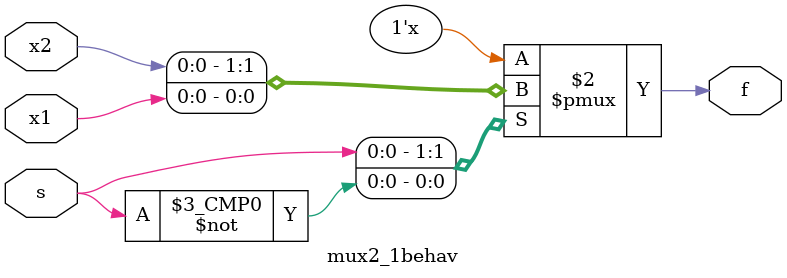
<source format=v>
module mux2_1behav (
    input x1,s,x2,
    output reg f    // we use (reg) to store current value when we use always
);
    always @(x1,x2,s) //when x1 or x2 or s change we excute in block always (like as loop)
       /* begin         // begin w end like { } in c
            if (s)  //if s=1 "true" f=x2 
                begin
                    f=x2;

                end
            else
                begin
                    f=x1;

                 end

        end */
        case (s)
        1:f=x2;
        0:f=x1;
        endcase 



endmodule
</source>
